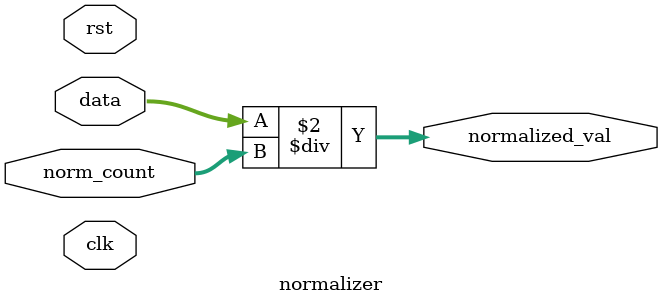
<source format=sv>
`timescale 1ns / 1ps


module normalizer(
        
        input logic clk,
        input logic rst,
        input int data,
        input logic [15:0] norm_count,
        output int normalized_val

    );

    always_comb
        normalized_val = data/norm_count;
     
endmodule

</source>
